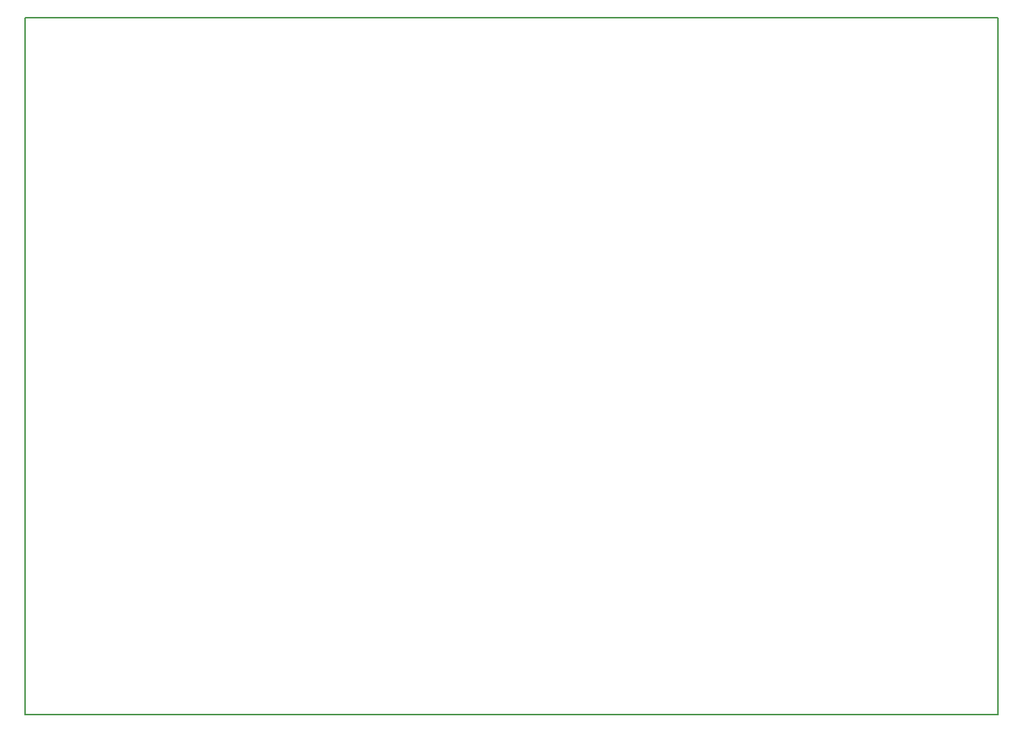
<source format=gbr>
G04 #@! TF.FileFunction,Profile,NP*
%FSLAX46Y46*%
G04 Gerber Fmt 4.6, Leading zero omitted, Abs format (unit mm)*
G04 Created by KiCad (PCBNEW 4.0.7) date 07/04/18 13:56:47*
%MOMM*%
%LPD*%
G01*
G04 APERTURE LIST*
%ADD10C,0.100000*%
%ADD11C,0.150000*%
G04 APERTURE END LIST*
D10*
D11*
X199390000Y-67310000D02*
X87630000Y-67310000D01*
X199390000Y-68580000D02*
X199390000Y-67310000D01*
X199390000Y-147320000D02*
X199390000Y-68580000D01*
X87630000Y-147320000D02*
X199390000Y-147320000D01*
X87630000Y-67310000D02*
X87630000Y-147320000D01*
M02*

</source>
